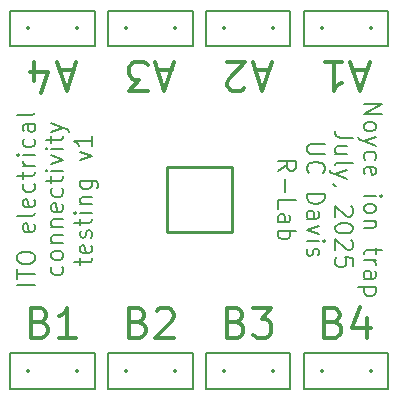
<source format=gbr>
%TF.GenerationSoftware,KiCad,Pcbnew,8.0.8*%
%TF.CreationDate,2025-07-18T16:58:47-07:00*%
%TF.ProjectId,,58585858-5858-4585-9858-585858585858,rev?*%
%TF.SameCoordinates,Original*%
%TF.FileFunction,Legend,Top*%
%TF.FilePolarity,Positive*%
%FSLAX46Y46*%
G04 Gerber Fmt 4.6, Leading zero omitted, Abs format (unit mm)*
G04 Created by KiCad (PCBNEW 8.0.8) date 2025-07-18 16:58:47*
%MOMM*%
%LPD*%
G01*
G04 APERTURE LIST*
%ADD10C,0.187500*%
%ADD11C,0.250000*%
%ADD12C,0.312500*%
%ADD13C,0.150000*%
%ADD14C,0.350000*%
G04 APERTURE END LIST*
D10*
X31438321Y-9428571D02*
X32938321Y-9428571D01*
X32938321Y-9428571D02*
X31438321Y-10285714D01*
X31438321Y-10285714D02*
X32938321Y-10285714D01*
X31438321Y-11214286D02*
X31509750Y-11071429D01*
X31509750Y-11071429D02*
X31581178Y-11000000D01*
X31581178Y-11000000D02*
X31724035Y-10928572D01*
X31724035Y-10928572D02*
X32152607Y-10928572D01*
X32152607Y-10928572D02*
X32295464Y-11000000D01*
X32295464Y-11000000D02*
X32366892Y-11071429D01*
X32366892Y-11071429D02*
X32438321Y-11214286D01*
X32438321Y-11214286D02*
X32438321Y-11428572D01*
X32438321Y-11428572D02*
X32366892Y-11571429D01*
X32366892Y-11571429D02*
X32295464Y-11642858D01*
X32295464Y-11642858D02*
X32152607Y-11714286D01*
X32152607Y-11714286D02*
X31724035Y-11714286D01*
X31724035Y-11714286D02*
X31581178Y-11642858D01*
X31581178Y-11642858D02*
X31509750Y-11571429D01*
X31509750Y-11571429D02*
X31438321Y-11428572D01*
X31438321Y-11428572D02*
X31438321Y-11214286D01*
X32438321Y-12214286D02*
X31438321Y-12571429D01*
X32438321Y-12928572D02*
X31438321Y-12571429D01*
X31438321Y-12571429D02*
X31081178Y-12428572D01*
X31081178Y-12428572D02*
X31009750Y-12357143D01*
X31009750Y-12357143D02*
X30938321Y-12214286D01*
X31509750Y-14142858D02*
X31438321Y-14000000D01*
X31438321Y-14000000D02*
X31438321Y-13714286D01*
X31438321Y-13714286D02*
X31509750Y-13571429D01*
X31509750Y-13571429D02*
X31581178Y-13500000D01*
X31581178Y-13500000D02*
X31724035Y-13428572D01*
X31724035Y-13428572D02*
X32152607Y-13428572D01*
X32152607Y-13428572D02*
X32295464Y-13500000D01*
X32295464Y-13500000D02*
X32366892Y-13571429D01*
X32366892Y-13571429D02*
X32438321Y-13714286D01*
X32438321Y-13714286D02*
X32438321Y-14000000D01*
X32438321Y-14000000D02*
X32366892Y-14142858D01*
X31509750Y-15357143D02*
X31438321Y-15214286D01*
X31438321Y-15214286D02*
X31438321Y-14928572D01*
X31438321Y-14928572D02*
X31509750Y-14785714D01*
X31509750Y-14785714D02*
X31652607Y-14714286D01*
X31652607Y-14714286D02*
X32224035Y-14714286D01*
X32224035Y-14714286D02*
X32366892Y-14785714D01*
X32366892Y-14785714D02*
X32438321Y-14928572D01*
X32438321Y-14928572D02*
X32438321Y-15214286D01*
X32438321Y-15214286D02*
X32366892Y-15357143D01*
X32366892Y-15357143D02*
X32224035Y-15428572D01*
X32224035Y-15428572D02*
X32081178Y-15428572D01*
X32081178Y-15428572D02*
X31938321Y-14714286D01*
X31438321Y-17214285D02*
X32438321Y-17214285D01*
X32938321Y-17214285D02*
X32866892Y-17142857D01*
X32866892Y-17142857D02*
X32795464Y-17214285D01*
X32795464Y-17214285D02*
X32866892Y-17285714D01*
X32866892Y-17285714D02*
X32938321Y-17214285D01*
X32938321Y-17214285D02*
X32795464Y-17214285D01*
X31438321Y-18142857D02*
X31509750Y-18000000D01*
X31509750Y-18000000D02*
X31581178Y-17928571D01*
X31581178Y-17928571D02*
X31724035Y-17857143D01*
X31724035Y-17857143D02*
X32152607Y-17857143D01*
X32152607Y-17857143D02*
X32295464Y-17928571D01*
X32295464Y-17928571D02*
X32366892Y-18000000D01*
X32366892Y-18000000D02*
X32438321Y-18142857D01*
X32438321Y-18142857D02*
X32438321Y-18357143D01*
X32438321Y-18357143D02*
X32366892Y-18500000D01*
X32366892Y-18500000D02*
X32295464Y-18571429D01*
X32295464Y-18571429D02*
X32152607Y-18642857D01*
X32152607Y-18642857D02*
X31724035Y-18642857D01*
X31724035Y-18642857D02*
X31581178Y-18571429D01*
X31581178Y-18571429D02*
X31509750Y-18500000D01*
X31509750Y-18500000D02*
X31438321Y-18357143D01*
X31438321Y-18357143D02*
X31438321Y-18142857D01*
X32438321Y-19285714D02*
X31438321Y-19285714D01*
X32295464Y-19285714D02*
X32366892Y-19357143D01*
X32366892Y-19357143D02*
X32438321Y-19500000D01*
X32438321Y-19500000D02*
X32438321Y-19714286D01*
X32438321Y-19714286D02*
X32366892Y-19857143D01*
X32366892Y-19857143D02*
X32224035Y-19928572D01*
X32224035Y-19928572D02*
X31438321Y-19928572D01*
X32438321Y-21571429D02*
X32438321Y-22142857D01*
X32938321Y-21785714D02*
X31652607Y-21785714D01*
X31652607Y-21785714D02*
X31509750Y-21857143D01*
X31509750Y-21857143D02*
X31438321Y-22000000D01*
X31438321Y-22000000D02*
X31438321Y-22142857D01*
X31438321Y-22642857D02*
X32438321Y-22642857D01*
X32152607Y-22642857D02*
X32295464Y-22714286D01*
X32295464Y-22714286D02*
X32366892Y-22785715D01*
X32366892Y-22785715D02*
X32438321Y-22928572D01*
X32438321Y-22928572D02*
X32438321Y-23071429D01*
X31438321Y-24214286D02*
X32224035Y-24214286D01*
X32224035Y-24214286D02*
X32366892Y-24142857D01*
X32366892Y-24142857D02*
X32438321Y-24000000D01*
X32438321Y-24000000D02*
X32438321Y-23714286D01*
X32438321Y-23714286D02*
X32366892Y-23571428D01*
X31509750Y-24214286D02*
X31438321Y-24071428D01*
X31438321Y-24071428D02*
X31438321Y-23714286D01*
X31438321Y-23714286D02*
X31509750Y-23571428D01*
X31509750Y-23571428D02*
X31652607Y-23500000D01*
X31652607Y-23500000D02*
X31795464Y-23500000D01*
X31795464Y-23500000D02*
X31938321Y-23571428D01*
X31938321Y-23571428D02*
X32009750Y-23714286D01*
X32009750Y-23714286D02*
X32009750Y-24071428D01*
X32009750Y-24071428D02*
X32081178Y-24214286D01*
X32438321Y-24928571D02*
X30938321Y-24928571D01*
X32366892Y-24928571D02*
X32438321Y-25071429D01*
X32438321Y-25071429D02*
X32438321Y-25357143D01*
X32438321Y-25357143D02*
X32366892Y-25500000D01*
X32366892Y-25500000D02*
X32295464Y-25571429D01*
X32295464Y-25571429D02*
X32152607Y-25642857D01*
X32152607Y-25642857D02*
X31724035Y-25642857D01*
X31724035Y-25642857D02*
X31581178Y-25571429D01*
X31581178Y-25571429D02*
X31509750Y-25500000D01*
X31509750Y-25500000D02*
X31438321Y-25357143D01*
X31438321Y-25357143D02*
X31438321Y-25071429D01*
X31438321Y-25071429D02*
X31509750Y-24928571D01*
X30523405Y-12285715D02*
X29451976Y-12285715D01*
X29451976Y-12285715D02*
X29237691Y-12214286D01*
X29237691Y-12214286D02*
X29094834Y-12071429D01*
X29094834Y-12071429D02*
X29023405Y-11857143D01*
X29023405Y-11857143D02*
X29023405Y-11714286D01*
X30023405Y-13642858D02*
X29023405Y-13642858D01*
X30023405Y-13000000D02*
X29237691Y-13000000D01*
X29237691Y-13000000D02*
X29094834Y-13071429D01*
X29094834Y-13071429D02*
X29023405Y-13214286D01*
X29023405Y-13214286D02*
X29023405Y-13428572D01*
X29023405Y-13428572D02*
X29094834Y-13571429D01*
X29094834Y-13571429D02*
X29166262Y-13642858D01*
X29023405Y-14571429D02*
X29094834Y-14428572D01*
X29094834Y-14428572D02*
X29237691Y-14357143D01*
X29237691Y-14357143D02*
X30523405Y-14357143D01*
X30023405Y-15000000D02*
X29023405Y-15357143D01*
X30023405Y-15714286D02*
X29023405Y-15357143D01*
X29023405Y-15357143D02*
X28666262Y-15214286D01*
X28666262Y-15214286D02*
X28594834Y-15142857D01*
X28594834Y-15142857D02*
X28523405Y-15000000D01*
X29094834Y-16357143D02*
X29023405Y-16357143D01*
X29023405Y-16357143D02*
X28880548Y-16285714D01*
X28880548Y-16285714D02*
X28809119Y-16214286D01*
X30380548Y-18071429D02*
X30451976Y-18142857D01*
X30451976Y-18142857D02*
X30523405Y-18285715D01*
X30523405Y-18285715D02*
X30523405Y-18642857D01*
X30523405Y-18642857D02*
X30451976Y-18785715D01*
X30451976Y-18785715D02*
X30380548Y-18857143D01*
X30380548Y-18857143D02*
X30237691Y-18928572D01*
X30237691Y-18928572D02*
X30094834Y-18928572D01*
X30094834Y-18928572D02*
X29880548Y-18857143D01*
X29880548Y-18857143D02*
X29023405Y-18000000D01*
X29023405Y-18000000D02*
X29023405Y-18928572D01*
X30523405Y-19857143D02*
X30523405Y-20000000D01*
X30523405Y-20000000D02*
X30451976Y-20142857D01*
X30451976Y-20142857D02*
X30380548Y-20214286D01*
X30380548Y-20214286D02*
X30237691Y-20285714D01*
X30237691Y-20285714D02*
X29951976Y-20357143D01*
X29951976Y-20357143D02*
X29594834Y-20357143D01*
X29594834Y-20357143D02*
X29309119Y-20285714D01*
X29309119Y-20285714D02*
X29166262Y-20214286D01*
X29166262Y-20214286D02*
X29094834Y-20142857D01*
X29094834Y-20142857D02*
X29023405Y-20000000D01*
X29023405Y-20000000D02*
X29023405Y-19857143D01*
X29023405Y-19857143D02*
X29094834Y-19714286D01*
X29094834Y-19714286D02*
X29166262Y-19642857D01*
X29166262Y-19642857D02*
X29309119Y-19571428D01*
X29309119Y-19571428D02*
X29594834Y-19500000D01*
X29594834Y-19500000D02*
X29951976Y-19500000D01*
X29951976Y-19500000D02*
X30237691Y-19571428D01*
X30237691Y-19571428D02*
X30380548Y-19642857D01*
X30380548Y-19642857D02*
X30451976Y-19714286D01*
X30451976Y-19714286D02*
X30523405Y-19857143D01*
X30380548Y-20928571D02*
X30451976Y-20999999D01*
X30451976Y-20999999D02*
X30523405Y-21142857D01*
X30523405Y-21142857D02*
X30523405Y-21499999D01*
X30523405Y-21499999D02*
X30451976Y-21642857D01*
X30451976Y-21642857D02*
X30380548Y-21714285D01*
X30380548Y-21714285D02*
X30237691Y-21785714D01*
X30237691Y-21785714D02*
X30094834Y-21785714D01*
X30094834Y-21785714D02*
X29880548Y-21714285D01*
X29880548Y-21714285D02*
X29023405Y-20857142D01*
X29023405Y-20857142D02*
X29023405Y-21785714D01*
X30523405Y-23142856D02*
X30523405Y-22428570D01*
X30523405Y-22428570D02*
X29809119Y-22357142D01*
X29809119Y-22357142D02*
X29880548Y-22428570D01*
X29880548Y-22428570D02*
X29951976Y-22571428D01*
X29951976Y-22571428D02*
X29951976Y-22928570D01*
X29951976Y-22928570D02*
X29880548Y-23071428D01*
X29880548Y-23071428D02*
X29809119Y-23142856D01*
X29809119Y-23142856D02*
X29666262Y-23214285D01*
X29666262Y-23214285D02*
X29309119Y-23214285D01*
X29309119Y-23214285D02*
X29166262Y-23142856D01*
X29166262Y-23142856D02*
X29094834Y-23071428D01*
X29094834Y-23071428D02*
X29023405Y-22928570D01*
X29023405Y-22928570D02*
X29023405Y-22571428D01*
X29023405Y-22571428D02*
X29094834Y-22428570D01*
X29094834Y-22428570D02*
X29166262Y-22357142D01*
X28108489Y-12785713D02*
X26894203Y-12785713D01*
X26894203Y-12785713D02*
X26751346Y-12857142D01*
X26751346Y-12857142D02*
X26679918Y-12928571D01*
X26679918Y-12928571D02*
X26608489Y-13071428D01*
X26608489Y-13071428D02*
X26608489Y-13357142D01*
X26608489Y-13357142D02*
X26679918Y-13499999D01*
X26679918Y-13499999D02*
X26751346Y-13571428D01*
X26751346Y-13571428D02*
X26894203Y-13642856D01*
X26894203Y-13642856D02*
X28108489Y-13642856D01*
X26751346Y-15214285D02*
X26679918Y-15142857D01*
X26679918Y-15142857D02*
X26608489Y-14928571D01*
X26608489Y-14928571D02*
X26608489Y-14785714D01*
X26608489Y-14785714D02*
X26679918Y-14571428D01*
X26679918Y-14571428D02*
X26822775Y-14428571D01*
X26822775Y-14428571D02*
X26965632Y-14357142D01*
X26965632Y-14357142D02*
X27251346Y-14285714D01*
X27251346Y-14285714D02*
X27465632Y-14285714D01*
X27465632Y-14285714D02*
X27751346Y-14357142D01*
X27751346Y-14357142D02*
X27894203Y-14428571D01*
X27894203Y-14428571D02*
X28037060Y-14571428D01*
X28037060Y-14571428D02*
X28108489Y-14785714D01*
X28108489Y-14785714D02*
X28108489Y-14928571D01*
X28108489Y-14928571D02*
X28037060Y-15142857D01*
X28037060Y-15142857D02*
X27965632Y-15214285D01*
X26608489Y-16999999D02*
X28108489Y-16999999D01*
X28108489Y-16999999D02*
X28108489Y-17357142D01*
X28108489Y-17357142D02*
X28037060Y-17571428D01*
X28037060Y-17571428D02*
X27894203Y-17714285D01*
X27894203Y-17714285D02*
X27751346Y-17785714D01*
X27751346Y-17785714D02*
X27465632Y-17857142D01*
X27465632Y-17857142D02*
X27251346Y-17857142D01*
X27251346Y-17857142D02*
X26965632Y-17785714D01*
X26965632Y-17785714D02*
X26822775Y-17714285D01*
X26822775Y-17714285D02*
X26679918Y-17571428D01*
X26679918Y-17571428D02*
X26608489Y-17357142D01*
X26608489Y-17357142D02*
X26608489Y-16999999D01*
X26608489Y-19142857D02*
X27394203Y-19142857D01*
X27394203Y-19142857D02*
X27537060Y-19071428D01*
X27537060Y-19071428D02*
X27608489Y-18928571D01*
X27608489Y-18928571D02*
X27608489Y-18642857D01*
X27608489Y-18642857D02*
X27537060Y-18499999D01*
X26679918Y-19142857D02*
X26608489Y-18999999D01*
X26608489Y-18999999D02*
X26608489Y-18642857D01*
X26608489Y-18642857D02*
X26679918Y-18499999D01*
X26679918Y-18499999D02*
X26822775Y-18428571D01*
X26822775Y-18428571D02*
X26965632Y-18428571D01*
X26965632Y-18428571D02*
X27108489Y-18499999D01*
X27108489Y-18499999D02*
X27179918Y-18642857D01*
X27179918Y-18642857D02*
X27179918Y-18999999D01*
X27179918Y-18999999D02*
X27251346Y-19142857D01*
X27608489Y-19714285D02*
X26608489Y-20071428D01*
X26608489Y-20071428D02*
X27608489Y-20428571D01*
X26608489Y-20999999D02*
X27608489Y-20999999D01*
X28108489Y-20999999D02*
X28037060Y-20928571D01*
X28037060Y-20928571D02*
X27965632Y-20999999D01*
X27965632Y-20999999D02*
X28037060Y-21071428D01*
X28037060Y-21071428D02*
X28108489Y-20999999D01*
X28108489Y-20999999D02*
X27965632Y-20999999D01*
X26679918Y-21642857D02*
X26608489Y-21785714D01*
X26608489Y-21785714D02*
X26608489Y-22071428D01*
X26608489Y-22071428D02*
X26679918Y-22214285D01*
X26679918Y-22214285D02*
X26822775Y-22285714D01*
X26822775Y-22285714D02*
X26894203Y-22285714D01*
X26894203Y-22285714D02*
X27037060Y-22214285D01*
X27037060Y-22214285D02*
X27108489Y-22071428D01*
X27108489Y-22071428D02*
X27108489Y-21857143D01*
X27108489Y-21857143D02*
X27179918Y-21714285D01*
X27179918Y-21714285D02*
X27322775Y-21642857D01*
X27322775Y-21642857D02*
X27394203Y-21642857D01*
X27394203Y-21642857D02*
X27537060Y-21714285D01*
X27537060Y-21714285D02*
X27608489Y-21857143D01*
X27608489Y-21857143D02*
X27608489Y-22071428D01*
X27608489Y-22071428D02*
X27537060Y-22214285D01*
X24193573Y-15071428D02*
X24907859Y-14571428D01*
X24193573Y-14214285D02*
X25693573Y-14214285D01*
X25693573Y-14214285D02*
X25693573Y-14785714D01*
X25693573Y-14785714D02*
X25622144Y-14928571D01*
X25622144Y-14928571D02*
X25550716Y-15000000D01*
X25550716Y-15000000D02*
X25407859Y-15071428D01*
X25407859Y-15071428D02*
X25193573Y-15071428D01*
X25193573Y-15071428D02*
X25050716Y-15000000D01*
X25050716Y-15000000D02*
X24979287Y-14928571D01*
X24979287Y-14928571D02*
X24907859Y-14785714D01*
X24907859Y-14785714D02*
X24907859Y-14214285D01*
X24765002Y-15714285D02*
X24765002Y-16857143D01*
X24193573Y-18285714D02*
X24193573Y-17571428D01*
X24193573Y-17571428D02*
X25693573Y-17571428D01*
X24193573Y-19428572D02*
X24979287Y-19428572D01*
X24979287Y-19428572D02*
X25122144Y-19357143D01*
X25122144Y-19357143D02*
X25193573Y-19214286D01*
X25193573Y-19214286D02*
X25193573Y-18928572D01*
X25193573Y-18928572D02*
X25122144Y-18785714D01*
X24265002Y-19428572D02*
X24193573Y-19285714D01*
X24193573Y-19285714D02*
X24193573Y-18928572D01*
X24193573Y-18928572D02*
X24265002Y-18785714D01*
X24265002Y-18785714D02*
X24407859Y-18714286D01*
X24407859Y-18714286D02*
X24550716Y-18714286D01*
X24550716Y-18714286D02*
X24693573Y-18785714D01*
X24693573Y-18785714D02*
X24765002Y-18928572D01*
X24765002Y-18928572D02*
X24765002Y-19285714D01*
X24765002Y-19285714D02*
X24836430Y-19428572D01*
X24193573Y-20142857D02*
X25693573Y-20142857D01*
X25122144Y-20142857D02*
X25193573Y-20285715D01*
X25193573Y-20285715D02*
X25193573Y-20571429D01*
X25193573Y-20571429D02*
X25122144Y-20714286D01*
X25122144Y-20714286D02*
X25050716Y-20785715D01*
X25050716Y-20785715D02*
X24907859Y-20857143D01*
X24907859Y-20857143D02*
X24479287Y-20857143D01*
X24479287Y-20857143D02*
X24336430Y-20785715D01*
X24336430Y-20785715D02*
X24265002Y-20714286D01*
X24265002Y-20714286D02*
X24193573Y-20571429D01*
X24193573Y-20571429D02*
X24193573Y-20285715D01*
X24193573Y-20285715D02*
X24265002Y-20142857D01*
X3561678Y-24714285D02*
X2061678Y-24714285D01*
X2061678Y-24214284D02*
X2061678Y-23357142D01*
X3561678Y-23785713D02*
X2061678Y-23785713D01*
X2061678Y-22571427D02*
X2061678Y-22285713D01*
X2061678Y-22285713D02*
X2133107Y-22142856D01*
X2133107Y-22142856D02*
X2275964Y-21999999D01*
X2275964Y-21999999D02*
X2561678Y-21928570D01*
X2561678Y-21928570D02*
X3061678Y-21928570D01*
X3061678Y-21928570D02*
X3347392Y-21999999D01*
X3347392Y-21999999D02*
X3490250Y-22142856D01*
X3490250Y-22142856D02*
X3561678Y-22285713D01*
X3561678Y-22285713D02*
X3561678Y-22571427D01*
X3561678Y-22571427D02*
X3490250Y-22714285D01*
X3490250Y-22714285D02*
X3347392Y-22857142D01*
X3347392Y-22857142D02*
X3061678Y-22928570D01*
X3061678Y-22928570D02*
X2561678Y-22928570D01*
X2561678Y-22928570D02*
X2275964Y-22857142D01*
X2275964Y-22857142D02*
X2133107Y-22714285D01*
X2133107Y-22714285D02*
X2061678Y-22571427D01*
X3490250Y-19571427D02*
X3561678Y-19714284D01*
X3561678Y-19714284D02*
X3561678Y-19999999D01*
X3561678Y-19999999D02*
X3490250Y-20142856D01*
X3490250Y-20142856D02*
X3347392Y-20214284D01*
X3347392Y-20214284D02*
X2775964Y-20214284D01*
X2775964Y-20214284D02*
X2633107Y-20142856D01*
X2633107Y-20142856D02*
X2561678Y-19999999D01*
X2561678Y-19999999D02*
X2561678Y-19714284D01*
X2561678Y-19714284D02*
X2633107Y-19571427D01*
X2633107Y-19571427D02*
X2775964Y-19499999D01*
X2775964Y-19499999D02*
X2918821Y-19499999D01*
X2918821Y-19499999D02*
X3061678Y-20214284D01*
X3561678Y-18642856D02*
X3490250Y-18785713D01*
X3490250Y-18785713D02*
X3347392Y-18857142D01*
X3347392Y-18857142D02*
X2061678Y-18857142D01*
X3490250Y-17499999D02*
X3561678Y-17642856D01*
X3561678Y-17642856D02*
X3561678Y-17928571D01*
X3561678Y-17928571D02*
X3490250Y-18071428D01*
X3490250Y-18071428D02*
X3347392Y-18142856D01*
X3347392Y-18142856D02*
X2775964Y-18142856D01*
X2775964Y-18142856D02*
X2633107Y-18071428D01*
X2633107Y-18071428D02*
X2561678Y-17928571D01*
X2561678Y-17928571D02*
X2561678Y-17642856D01*
X2561678Y-17642856D02*
X2633107Y-17499999D01*
X2633107Y-17499999D02*
X2775964Y-17428571D01*
X2775964Y-17428571D02*
X2918821Y-17428571D01*
X2918821Y-17428571D02*
X3061678Y-18142856D01*
X3490250Y-16142857D02*
X3561678Y-16285714D01*
X3561678Y-16285714D02*
X3561678Y-16571428D01*
X3561678Y-16571428D02*
X3490250Y-16714285D01*
X3490250Y-16714285D02*
X3418821Y-16785714D01*
X3418821Y-16785714D02*
X3275964Y-16857142D01*
X3275964Y-16857142D02*
X2847392Y-16857142D01*
X2847392Y-16857142D02*
X2704535Y-16785714D01*
X2704535Y-16785714D02*
X2633107Y-16714285D01*
X2633107Y-16714285D02*
X2561678Y-16571428D01*
X2561678Y-16571428D02*
X2561678Y-16285714D01*
X2561678Y-16285714D02*
X2633107Y-16142857D01*
X2561678Y-15714285D02*
X2561678Y-15142857D01*
X2061678Y-15500000D02*
X3347392Y-15500000D01*
X3347392Y-15500000D02*
X3490250Y-15428571D01*
X3490250Y-15428571D02*
X3561678Y-15285714D01*
X3561678Y-15285714D02*
X3561678Y-15142857D01*
X3561678Y-14642857D02*
X2561678Y-14642857D01*
X2847392Y-14642857D02*
X2704535Y-14571428D01*
X2704535Y-14571428D02*
X2633107Y-14500000D01*
X2633107Y-14500000D02*
X2561678Y-14357142D01*
X2561678Y-14357142D02*
X2561678Y-14214285D01*
X3561678Y-13714286D02*
X2561678Y-13714286D01*
X2061678Y-13714286D02*
X2133107Y-13785714D01*
X2133107Y-13785714D02*
X2204535Y-13714286D01*
X2204535Y-13714286D02*
X2133107Y-13642857D01*
X2133107Y-13642857D02*
X2061678Y-13714286D01*
X2061678Y-13714286D02*
X2204535Y-13714286D01*
X3490250Y-12357143D02*
X3561678Y-12500000D01*
X3561678Y-12500000D02*
X3561678Y-12785714D01*
X3561678Y-12785714D02*
X3490250Y-12928571D01*
X3490250Y-12928571D02*
X3418821Y-13000000D01*
X3418821Y-13000000D02*
X3275964Y-13071428D01*
X3275964Y-13071428D02*
X2847392Y-13071428D01*
X2847392Y-13071428D02*
X2704535Y-13000000D01*
X2704535Y-13000000D02*
X2633107Y-12928571D01*
X2633107Y-12928571D02*
X2561678Y-12785714D01*
X2561678Y-12785714D02*
X2561678Y-12500000D01*
X2561678Y-12500000D02*
X2633107Y-12357143D01*
X3561678Y-11071429D02*
X2775964Y-11071429D01*
X2775964Y-11071429D02*
X2633107Y-11142857D01*
X2633107Y-11142857D02*
X2561678Y-11285714D01*
X2561678Y-11285714D02*
X2561678Y-11571429D01*
X2561678Y-11571429D02*
X2633107Y-11714286D01*
X3490250Y-11071429D02*
X3561678Y-11214286D01*
X3561678Y-11214286D02*
X3561678Y-11571429D01*
X3561678Y-11571429D02*
X3490250Y-11714286D01*
X3490250Y-11714286D02*
X3347392Y-11785714D01*
X3347392Y-11785714D02*
X3204535Y-11785714D01*
X3204535Y-11785714D02*
X3061678Y-11714286D01*
X3061678Y-11714286D02*
X2990250Y-11571429D01*
X2990250Y-11571429D02*
X2990250Y-11214286D01*
X2990250Y-11214286D02*
X2918821Y-11071429D01*
X3561678Y-10142857D02*
X3490250Y-10285714D01*
X3490250Y-10285714D02*
X3347392Y-10357143D01*
X3347392Y-10357143D02*
X2061678Y-10357143D01*
X5905166Y-23178571D02*
X5976594Y-23321428D01*
X5976594Y-23321428D02*
X5976594Y-23607142D01*
X5976594Y-23607142D02*
X5905166Y-23749999D01*
X5905166Y-23749999D02*
X5833737Y-23821428D01*
X5833737Y-23821428D02*
X5690880Y-23892856D01*
X5690880Y-23892856D02*
X5262308Y-23892856D01*
X5262308Y-23892856D02*
X5119451Y-23821428D01*
X5119451Y-23821428D02*
X5048023Y-23749999D01*
X5048023Y-23749999D02*
X4976594Y-23607142D01*
X4976594Y-23607142D02*
X4976594Y-23321428D01*
X4976594Y-23321428D02*
X5048023Y-23178571D01*
X5976594Y-22321428D02*
X5905166Y-22464285D01*
X5905166Y-22464285D02*
X5833737Y-22535714D01*
X5833737Y-22535714D02*
X5690880Y-22607142D01*
X5690880Y-22607142D02*
X5262308Y-22607142D01*
X5262308Y-22607142D02*
X5119451Y-22535714D01*
X5119451Y-22535714D02*
X5048023Y-22464285D01*
X5048023Y-22464285D02*
X4976594Y-22321428D01*
X4976594Y-22321428D02*
X4976594Y-22107142D01*
X4976594Y-22107142D02*
X5048023Y-21964285D01*
X5048023Y-21964285D02*
X5119451Y-21892857D01*
X5119451Y-21892857D02*
X5262308Y-21821428D01*
X5262308Y-21821428D02*
X5690880Y-21821428D01*
X5690880Y-21821428D02*
X5833737Y-21892857D01*
X5833737Y-21892857D02*
X5905166Y-21964285D01*
X5905166Y-21964285D02*
X5976594Y-22107142D01*
X5976594Y-22107142D02*
X5976594Y-22321428D01*
X4976594Y-21178571D02*
X5976594Y-21178571D01*
X5119451Y-21178571D02*
X5048023Y-21107142D01*
X5048023Y-21107142D02*
X4976594Y-20964285D01*
X4976594Y-20964285D02*
X4976594Y-20749999D01*
X4976594Y-20749999D02*
X5048023Y-20607142D01*
X5048023Y-20607142D02*
X5190880Y-20535714D01*
X5190880Y-20535714D02*
X5976594Y-20535714D01*
X4976594Y-19821428D02*
X5976594Y-19821428D01*
X5119451Y-19821428D02*
X5048023Y-19749999D01*
X5048023Y-19749999D02*
X4976594Y-19607142D01*
X4976594Y-19607142D02*
X4976594Y-19392856D01*
X4976594Y-19392856D02*
X5048023Y-19249999D01*
X5048023Y-19249999D02*
X5190880Y-19178571D01*
X5190880Y-19178571D02*
X5976594Y-19178571D01*
X5905166Y-17892856D02*
X5976594Y-18035713D01*
X5976594Y-18035713D02*
X5976594Y-18321428D01*
X5976594Y-18321428D02*
X5905166Y-18464285D01*
X5905166Y-18464285D02*
X5762308Y-18535713D01*
X5762308Y-18535713D02*
X5190880Y-18535713D01*
X5190880Y-18535713D02*
X5048023Y-18464285D01*
X5048023Y-18464285D02*
X4976594Y-18321428D01*
X4976594Y-18321428D02*
X4976594Y-18035713D01*
X4976594Y-18035713D02*
X5048023Y-17892856D01*
X5048023Y-17892856D02*
X5190880Y-17821428D01*
X5190880Y-17821428D02*
X5333737Y-17821428D01*
X5333737Y-17821428D02*
X5476594Y-18535713D01*
X5905166Y-16535714D02*
X5976594Y-16678571D01*
X5976594Y-16678571D02*
X5976594Y-16964285D01*
X5976594Y-16964285D02*
X5905166Y-17107142D01*
X5905166Y-17107142D02*
X5833737Y-17178571D01*
X5833737Y-17178571D02*
X5690880Y-17249999D01*
X5690880Y-17249999D02*
X5262308Y-17249999D01*
X5262308Y-17249999D02*
X5119451Y-17178571D01*
X5119451Y-17178571D02*
X5048023Y-17107142D01*
X5048023Y-17107142D02*
X4976594Y-16964285D01*
X4976594Y-16964285D02*
X4976594Y-16678571D01*
X4976594Y-16678571D02*
X5048023Y-16535714D01*
X4976594Y-16107142D02*
X4976594Y-15535714D01*
X4476594Y-15892857D02*
X5762308Y-15892857D01*
X5762308Y-15892857D02*
X5905166Y-15821428D01*
X5905166Y-15821428D02*
X5976594Y-15678571D01*
X5976594Y-15678571D02*
X5976594Y-15535714D01*
X5976594Y-15035714D02*
X4976594Y-15035714D01*
X4476594Y-15035714D02*
X4548023Y-15107142D01*
X4548023Y-15107142D02*
X4619451Y-15035714D01*
X4619451Y-15035714D02*
X4548023Y-14964285D01*
X4548023Y-14964285D02*
X4476594Y-15035714D01*
X4476594Y-15035714D02*
X4619451Y-15035714D01*
X4976594Y-14464285D02*
X5976594Y-14107142D01*
X5976594Y-14107142D02*
X4976594Y-13749999D01*
X5976594Y-13178571D02*
X4976594Y-13178571D01*
X4476594Y-13178571D02*
X4548023Y-13249999D01*
X4548023Y-13249999D02*
X4619451Y-13178571D01*
X4619451Y-13178571D02*
X4548023Y-13107142D01*
X4548023Y-13107142D02*
X4476594Y-13178571D01*
X4476594Y-13178571D02*
X4619451Y-13178571D01*
X4976594Y-12678570D02*
X4976594Y-12107142D01*
X4476594Y-12464285D02*
X5762308Y-12464285D01*
X5762308Y-12464285D02*
X5905166Y-12392856D01*
X5905166Y-12392856D02*
X5976594Y-12249999D01*
X5976594Y-12249999D02*
X5976594Y-12107142D01*
X4976594Y-11749999D02*
X5976594Y-11392856D01*
X4976594Y-11035713D02*
X5976594Y-11392856D01*
X5976594Y-11392856D02*
X6333737Y-11535713D01*
X6333737Y-11535713D02*
X6405166Y-11607142D01*
X6405166Y-11607142D02*
X6476594Y-11749999D01*
X7391510Y-23035713D02*
X7391510Y-22464285D01*
X6891510Y-22821428D02*
X8177224Y-22821428D01*
X8177224Y-22821428D02*
X8320082Y-22749999D01*
X8320082Y-22749999D02*
X8391510Y-22607142D01*
X8391510Y-22607142D02*
X8391510Y-22464285D01*
X8320082Y-21392856D02*
X8391510Y-21535713D01*
X8391510Y-21535713D02*
X8391510Y-21821428D01*
X8391510Y-21821428D02*
X8320082Y-21964285D01*
X8320082Y-21964285D02*
X8177224Y-22035713D01*
X8177224Y-22035713D02*
X7605796Y-22035713D01*
X7605796Y-22035713D02*
X7462939Y-21964285D01*
X7462939Y-21964285D02*
X7391510Y-21821428D01*
X7391510Y-21821428D02*
X7391510Y-21535713D01*
X7391510Y-21535713D02*
X7462939Y-21392856D01*
X7462939Y-21392856D02*
X7605796Y-21321428D01*
X7605796Y-21321428D02*
X7748653Y-21321428D01*
X7748653Y-21321428D02*
X7891510Y-22035713D01*
X8320082Y-20749999D02*
X8391510Y-20607142D01*
X8391510Y-20607142D02*
X8391510Y-20321428D01*
X8391510Y-20321428D02*
X8320082Y-20178571D01*
X8320082Y-20178571D02*
X8177224Y-20107142D01*
X8177224Y-20107142D02*
X8105796Y-20107142D01*
X8105796Y-20107142D02*
X7962939Y-20178571D01*
X7962939Y-20178571D02*
X7891510Y-20321428D01*
X7891510Y-20321428D02*
X7891510Y-20535714D01*
X7891510Y-20535714D02*
X7820082Y-20678571D01*
X7820082Y-20678571D02*
X7677224Y-20749999D01*
X7677224Y-20749999D02*
X7605796Y-20749999D01*
X7605796Y-20749999D02*
X7462939Y-20678571D01*
X7462939Y-20678571D02*
X7391510Y-20535714D01*
X7391510Y-20535714D02*
X7391510Y-20321428D01*
X7391510Y-20321428D02*
X7462939Y-20178571D01*
X7391510Y-19678570D02*
X7391510Y-19107142D01*
X6891510Y-19464285D02*
X8177224Y-19464285D01*
X8177224Y-19464285D02*
X8320082Y-19392856D01*
X8320082Y-19392856D02*
X8391510Y-19249999D01*
X8391510Y-19249999D02*
X8391510Y-19107142D01*
X8391510Y-18607142D02*
X7391510Y-18607142D01*
X6891510Y-18607142D02*
X6962939Y-18678570D01*
X6962939Y-18678570D02*
X7034367Y-18607142D01*
X7034367Y-18607142D02*
X6962939Y-18535713D01*
X6962939Y-18535713D02*
X6891510Y-18607142D01*
X6891510Y-18607142D02*
X7034367Y-18607142D01*
X7391510Y-17892856D02*
X8391510Y-17892856D01*
X7534367Y-17892856D02*
X7462939Y-17821427D01*
X7462939Y-17821427D02*
X7391510Y-17678570D01*
X7391510Y-17678570D02*
X7391510Y-17464284D01*
X7391510Y-17464284D02*
X7462939Y-17321427D01*
X7462939Y-17321427D02*
X7605796Y-17249999D01*
X7605796Y-17249999D02*
X8391510Y-17249999D01*
X7391510Y-15892856D02*
X8605796Y-15892856D01*
X8605796Y-15892856D02*
X8748653Y-15964284D01*
X8748653Y-15964284D02*
X8820082Y-16035713D01*
X8820082Y-16035713D02*
X8891510Y-16178570D01*
X8891510Y-16178570D02*
X8891510Y-16392856D01*
X8891510Y-16392856D02*
X8820082Y-16535713D01*
X8320082Y-15892856D02*
X8391510Y-16035713D01*
X8391510Y-16035713D02*
X8391510Y-16321427D01*
X8391510Y-16321427D02*
X8320082Y-16464284D01*
X8320082Y-16464284D02*
X8248653Y-16535713D01*
X8248653Y-16535713D02*
X8105796Y-16607141D01*
X8105796Y-16607141D02*
X7677224Y-16607141D01*
X7677224Y-16607141D02*
X7534367Y-16535713D01*
X7534367Y-16535713D02*
X7462939Y-16464284D01*
X7462939Y-16464284D02*
X7391510Y-16321427D01*
X7391510Y-16321427D02*
X7391510Y-16035713D01*
X7391510Y-16035713D02*
X7462939Y-15892856D01*
X7391510Y-14178570D02*
X8391510Y-13821427D01*
X8391510Y-13821427D02*
X7391510Y-13464284D01*
X8391510Y-12107141D02*
X8391510Y-12964284D01*
X8391510Y-12535713D02*
X6891510Y-12535713D01*
X6891510Y-12535713D02*
X7105796Y-12678570D01*
X7105796Y-12678570D02*
X7248653Y-12821427D01*
X7248653Y-12821427D02*
X7320082Y-12964284D01*
D11*
X14750000Y-14750000D02*
X20250000Y-14750000D01*
X20250000Y-20250000D01*
X14750000Y-20250000D01*
X14750000Y-14750000D01*
D12*
X28916666Y-27868273D02*
X29273809Y-27987321D01*
X29273809Y-27987321D02*
X29392856Y-28106369D01*
X29392856Y-28106369D02*
X29511904Y-28344464D01*
X29511904Y-28344464D02*
X29511904Y-28701607D01*
X29511904Y-28701607D02*
X29392856Y-28939702D01*
X29392856Y-28939702D02*
X29273809Y-29058750D01*
X29273809Y-29058750D02*
X29035714Y-29177797D01*
X29035714Y-29177797D02*
X28083333Y-29177797D01*
X28083333Y-29177797D02*
X28083333Y-26677797D01*
X28083333Y-26677797D02*
X28916666Y-26677797D01*
X28916666Y-26677797D02*
X29154761Y-26796845D01*
X29154761Y-26796845D02*
X29273809Y-26915892D01*
X29273809Y-26915892D02*
X29392856Y-27153988D01*
X29392856Y-27153988D02*
X29392856Y-27392083D01*
X29392856Y-27392083D02*
X29273809Y-27630178D01*
X29273809Y-27630178D02*
X29154761Y-27749226D01*
X29154761Y-27749226D02*
X28916666Y-27868273D01*
X28916666Y-27868273D02*
X28083333Y-27868273D01*
X31654761Y-27511130D02*
X31654761Y-29177797D01*
X31059523Y-26558750D02*
X30464285Y-28344464D01*
X30464285Y-28344464D02*
X32011904Y-28344464D01*
X31714284Y-6536488D02*
X30523808Y-6536488D01*
X31952379Y-5822202D02*
X31119046Y-8322202D01*
X31119046Y-8322202D02*
X30285713Y-5822202D01*
X28142856Y-5822202D02*
X29571427Y-5822202D01*
X28857141Y-5822202D02*
X28857141Y-8322202D01*
X28857141Y-8322202D02*
X29095237Y-7965059D01*
X29095237Y-7965059D02*
X29333332Y-7726964D01*
X29333332Y-7726964D02*
X29571427Y-7607916D01*
X20630952Y-27868273D02*
X20988095Y-27987321D01*
X20988095Y-27987321D02*
X21107142Y-28106369D01*
X21107142Y-28106369D02*
X21226190Y-28344464D01*
X21226190Y-28344464D02*
X21226190Y-28701607D01*
X21226190Y-28701607D02*
X21107142Y-28939702D01*
X21107142Y-28939702D02*
X20988095Y-29058750D01*
X20988095Y-29058750D02*
X20750000Y-29177797D01*
X20750000Y-29177797D02*
X19797619Y-29177797D01*
X19797619Y-29177797D02*
X19797619Y-26677797D01*
X19797619Y-26677797D02*
X20630952Y-26677797D01*
X20630952Y-26677797D02*
X20869047Y-26796845D01*
X20869047Y-26796845D02*
X20988095Y-26915892D01*
X20988095Y-26915892D02*
X21107142Y-27153988D01*
X21107142Y-27153988D02*
X21107142Y-27392083D01*
X21107142Y-27392083D02*
X20988095Y-27630178D01*
X20988095Y-27630178D02*
X20869047Y-27749226D01*
X20869047Y-27749226D02*
X20630952Y-27868273D01*
X20630952Y-27868273D02*
X19797619Y-27868273D01*
X22059523Y-26677797D02*
X23607142Y-26677797D01*
X23607142Y-26677797D02*
X22773809Y-27630178D01*
X22773809Y-27630178D02*
X23130952Y-27630178D01*
X23130952Y-27630178D02*
X23369047Y-27749226D01*
X23369047Y-27749226D02*
X23488095Y-27868273D01*
X23488095Y-27868273D02*
X23607142Y-28106369D01*
X23607142Y-28106369D02*
X23607142Y-28701607D01*
X23607142Y-28701607D02*
X23488095Y-28939702D01*
X23488095Y-28939702D02*
X23369047Y-29058750D01*
X23369047Y-29058750D02*
X23130952Y-29177797D01*
X23130952Y-29177797D02*
X22416666Y-29177797D01*
X22416666Y-29177797D02*
X22178571Y-29058750D01*
X22178571Y-29058750D02*
X22059523Y-28939702D01*
X23428570Y-6536488D02*
X22238094Y-6536488D01*
X23666665Y-5822202D02*
X22833332Y-8322202D01*
X22833332Y-8322202D02*
X21999999Y-5822202D01*
X21285713Y-8084107D02*
X21166665Y-8203154D01*
X21166665Y-8203154D02*
X20928570Y-8322202D01*
X20928570Y-8322202D02*
X20333332Y-8322202D01*
X20333332Y-8322202D02*
X20095237Y-8203154D01*
X20095237Y-8203154D02*
X19976189Y-8084107D01*
X19976189Y-8084107D02*
X19857142Y-7846011D01*
X19857142Y-7846011D02*
X19857142Y-7607916D01*
X19857142Y-7607916D02*
X19976189Y-7250773D01*
X19976189Y-7250773D02*
X21404761Y-5822202D01*
X21404761Y-5822202D02*
X19857142Y-5822202D01*
X12345237Y-27868273D02*
X12702380Y-27987321D01*
X12702380Y-27987321D02*
X12821427Y-28106369D01*
X12821427Y-28106369D02*
X12940475Y-28344464D01*
X12940475Y-28344464D02*
X12940475Y-28701607D01*
X12940475Y-28701607D02*
X12821427Y-28939702D01*
X12821427Y-28939702D02*
X12702380Y-29058750D01*
X12702380Y-29058750D02*
X12464285Y-29177797D01*
X12464285Y-29177797D02*
X11511904Y-29177797D01*
X11511904Y-29177797D02*
X11511904Y-26677797D01*
X11511904Y-26677797D02*
X12345237Y-26677797D01*
X12345237Y-26677797D02*
X12583332Y-26796845D01*
X12583332Y-26796845D02*
X12702380Y-26915892D01*
X12702380Y-26915892D02*
X12821427Y-27153988D01*
X12821427Y-27153988D02*
X12821427Y-27392083D01*
X12821427Y-27392083D02*
X12702380Y-27630178D01*
X12702380Y-27630178D02*
X12583332Y-27749226D01*
X12583332Y-27749226D02*
X12345237Y-27868273D01*
X12345237Y-27868273D02*
X11511904Y-27868273D01*
X13892856Y-26915892D02*
X14011904Y-26796845D01*
X14011904Y-26796845D02*
X14249999Y-26677797D01*
X14249999Y-26677797D02*
X14845237Y-26677797D01*
X14845237Y-26677797D02*
X15083332Y-26796845D01*
X15083332Y-26796845D02*
X15202380Y-26915892D01*
X15202380Y-26915892D02*
X15321427Y-27153988D01*
X15321427Y-27153988D02*
X15321427Y-27392083D01*
X15321427Y-27392083D02*
X15202380Y-27749226D01*
X15202380Y-27749226D02*
X13773808Y-29177797D01*
X13773808Y-29177797D02*
X15321427Y-29177797D01*
X15142855Y-6536488D02*
X13952379Y-6536488D01*
X15380950Y-5822202D02*
X14547617Y-8322202D01*
X14547617Y-8322202D02*
X13714284Y-5822202D01*
X13119046Y-8322202D02*
X11571427Y-8322202D01*
X11571427Y-8322202D02*
X12404760Y-7369821D01*
X12404760Y-7369821D02*
X12047617Y-7369821D01*
X12047617Y-7369821D02*
X11809522Y-7250773D01*
X11809522Y-7250773D02*
X11690474Y-7131726D01*
X11690474Y-7131726D02*
X11571427Y-6893630D01*
X11571427Y-6893630D02*
X11571427Y-6298392D01*
X11571427Y-6298392D02*
X11690474Y-6060297D01*
X11690474Y-6060297D02*
X11809522Y-5941250D01*
X11809522Y-5941250D02*
X12047617Y-5822202D01*
X12047617Y-5822202D02*
X12761903Y-5822202D01*
X12761903Y-5822202D02*
X12999998Y-5941250D01*
X12999998Y-5941250D02*
X13119046Y-6060297D01*
X4059523Y-27868273D02*
X4416666Y-27987321D01*
X4416666Y-27987321D02*
X4535713Y-28106369D01*
X4535713Y-28106369D02*
X4654761Y-28344464D01*
X4654761Y-28344464D02*
X4654761Y-28701607D01*
X4654761Y-28701607D02*
X4535713Y-28939702D01*
X4535713Y-28939702D02*
X4416666Y-29058750D01*
X4416666Y-29058750D02*
X4178571Y-29177797D01*
X4178571Y-29177797D02*
X3226190Y-29177797D01*
X3226190Y-29177797D02*
X3226190Y-26677797D01*
X3226190Y-26677797D02*
X4059523Y-26677797D01*
X4059523Y-26677797D02*
X4297618Y-26796845D01*
X4297618Y-26796845D02*
X4416666Y-26915892D01*
X4416666Y-26915892D02*
X4535713Y-27153988D01*
X4535713Y-27153988D02*
X4535713Y-27392083D01*
X4535713Y-27392083D02*
X4416666Y-27630178D01*
X4416666Y-27630178D02*
X4297618Y-27749226D01*
X4297618Y-27749226D02*
X4059523Y-27868273D01*
X4059523Y-27868273D02*
X3226190Y-27868273D01*
X7035713Y-29177797D02*
X5607142Y-29177797D01*
X6321428Y-29177797D02*
X6321428Y-26677797D01*
X6321428Y-26677797D02*
X6083332Y-27034940D01*
X6083332Y-27034940D02*
X5845237Y-27273035D01*
X5845237Y-27273035D02*
X5607142Y-27392083D01*
X6857141Y-6536488D02*
X5666665Y-6536488D01*
X7095236Y-5822202D02*
X6261903Y-8322202D01*
X6261903Y-8322202D02*
X5428570Y-5822202D01*
X3523808Y-7488869D02*
X3523808Y-5822202D01*
X4119046Y-8441250D02*
X4714284Y-6655535D01*
X4714284Y-6655535D02*
X3166665Y-6655535D01*
D13*
X26357142Y-30500000D02*
X33500000Y-30500000D01*
X33500000Y-33500000D01*
X26357142Y-33500000D01*
X26357142Y-30500000D01*
X26357142Y-1500000D02*
X33500000Y-1500000D01*
X33500000Y-4500000D01*
X26357142Y-4500000D01*
X26357142Y-1500000D01*
X18071428Y-30500000D02*
X25214285Y-30500000D01*
X25214285Y-33500000D01*
X18071428Y-33500000D01*
X18071428Y-30500000D01*
X18071428Y-1500000D02*
X25214285Y-1500000D01*
X25214285Y-4500000D01*
X18071428Y-4500000D01*
X18071428Y-1500000D01*
X9785714Y-30500000D02*
X16928571Y-30500000D01*
X16928571Y-33500000D01*
X9785714Y-33500000D01*
X9785714Y-30500000D01*
X9785714Y-1500000D02*
X16928571Y-1500000D01*
X16928571Y-4500000D01*
X9785714Y-4500000D01*
X9785714Y-1500000D01*
X1500000Y-30500000D02*
X8642857Y-30500000D01*
X8642857Y-33500000D01*
X1500000Y-33500000D01*
X1500000Y-30500000D01*
X1500000Y-1500000D02*
X8642857Y-1500000D01*
X8642857Y-4500000D01*
X1500000Y-4500000D01*
X1500000Y-1500000D01*
D14*
X32000000Y-32000000D03*
X32000000Y-3000000D03*
X27857142Y-32000000D03*
X27857142Y-3000000D03*
X23714285Y-32000000D03*
X23714285Y-3000000D03*
X19571428Y-32000000D03*
X19571428Y-3000000D03*
X15428571Y-32000000D03*
X15428571Y-3000000D03*
X11285714Y-32000000D03*
X11285714Y-3000000D03*
X7142857Y-32000000D03*
X7142857Y-3000000D03*
X3000000Y-32000000D03*
X3000000Y-3000000D03*
M02*

</source>
